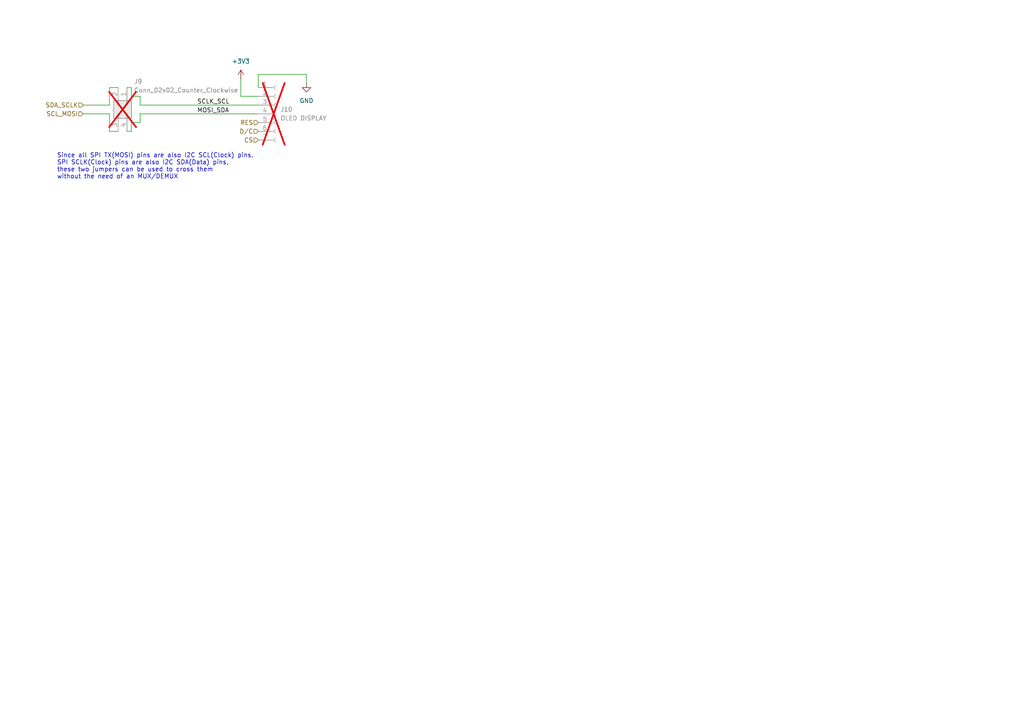
<source format=kicad_sch>
(kicad_sch (version 20231120) (generator "eeschema") (generator_version "8.0")
  (paper "A4")
  (lib_symbols
    (symbol "Connector:Conn_01x07_Socket" (pin_names (offset 1.016) hide)
      (property "Reference" "J" (at 0 10.16 0))
      (property "Value" "Conn_01x07_Socket" (at 0 -10.16 0))
      (symbol "Conn_01x07_Socket_1_1"
        (arc (start 0 -7.112) (mid -0.5058 -7.62) (end 0 -8.128) (stroke (width 0.1524)))
        (arc (start 0 -4.572) (mid -0.5058 -5.08) (end 0 -5.588) (stroke (width 0.1524)))
        (arc (start 0 -2.032) (mid -0.5058 -2.54) (end 0 -3.048) (stroke (width 0.1524)))
        (polyline (pts (xy -1.27 -7.62) (xy -0.508 -7.62)) (stroke (width 0.1524)))
        (polyline (pts (xy -1.27 -5.08) (xy -0.508 -5.08)) (stroke (width 0.1524)))
        (polyline (pts (xy -1.27 -2.54) (xy -0.508 -2.54)) (stroke (width 0.1524)))
        (polyline (pts (xy -1.27 0) (xy -0.508 0)) (stroke (width 0.1524)))
        (polyline (pts (xy -1.27 2.54) (xy -0.508 2.54)) (stroke (width 0.1524)))
        (polyline (pts (xy -1.27 5.08) (xy -0.508 5.08)) (stroke (width 0.1524)))
        (polyline (pts (xy -1.27 7.62) (xy -0.508 7.62)) (stroke (width 0.1524)))
        (arc (start 0 0.508) (mid -0.5058 0) (end 0 -0.508) (stroke (width 0.1524)))
        (arc (start 0 3.048) (mid -0.5058 2.54) (end 0 2.032) (stroke (width 0.1524)))
        (arc (start 0 5.588) (mid -0.5058 5.08) (end 0 4.572) (stroke (width 0.1524)))
        (arc (start 0 8.128) (mid -0.5058 7.62) (end 0 7.112) (stroke (width 0.1524)))
        (pin passive line (at -5.08 7.62 0) (length 3.81) (name "Pin_1") (number "1"))
        (pin passive line (at -5.08 5.08 0) (length 3.81) (name "Pin_2") (number "2"))
        (pin passive line (at -5.08 2.54 0) (length 3.81) (name "Pin_3") (number "3"))
        (pin passive line (at -5.08 0 0) (length 3.81) (name "Pin_4") (number "4"))
        (pin passive line (at -5.08 -2.54 0) (length 3.81) (name "Pin_5") (number "5"))
        (pin passive line (at -5.08 -5.08 0) (length 3.81) (name "Pin_6") (number "6"))
        (pin passive line (at -5.08 -7.62 0) (length 3.81) (name "Pin_7") (number "7"))
      )
    )
    (symbol "Connector_Generic:Conn_02x02_Counter_Clockwise" (pin_names (offset 1.016) hide)
      (property "Reference" "J" (at 1.27 2.54 0))
      (property "Value" "Conn_02x02_Counter_Clockwise" (at 1.27 -5.08 0))
      (symbol "Conn_02x02_Counter_Clockwise_1_1"
        (rectangle (start -1.27 -2.413) (end 0 -2.667) (stroke (width 0.1524)))
        (rectangle (start -1.27 0.127) (end 0 -0.127) (stroke (width 0.1524)))
        (rectangle (start -1.27 1.27) (end 3.81 -3.81) (stroke (width 0.254)) (fill (type background)))
        (rectangle (start 3.81 -2.413) (end 2.54 -2.667) (stroke (width 0.1524)))
        (rectangle (start 3.81 0.127) (end 2.54 -0.127) (stroke (width 0.1524)))
        (pin passive line (at -5.08 0 0) (length 3.81) (name "Pin_1") (number "1"))
        (pin passive line (at -5.08 -2.54 0) (length 3.81) (name "Pin_2") (number "2"))
        (pin passive line (at 7.62 -2.54 180) (length 3.81) (name "Pin_3") (number "3"))
        (pin passive line (at 7.62 0 180) (length 3.81) (name "Pin_4") (number "4"))
      )
    )
    (symbol "power:+3V3" (power) (pin_numbers hide) (pin_names (offset 0) hide)
      (property "Value" "+3V3" (at 0 3.556 0))
      (symbol "+3V3_0_1"
        (polyline (pts (xy -0.762 1.27) (xy 0 2.54)))
        (polyline (pts (xy 0 0) (xy 0 2.54)))
        (polyline (pts (xy 0 2.54) (xy 0.762 1.27)))
      )
      (symbol "+3V3_1_1"
        (pin power_in line (at 0 0 90) (length 0) (name "~") (number "1"))
      )
    )
    (symbol "power:GND" (power) (pin_numbers hide) (pin_names (offset 0) hide)
      (property "Value" "GND" (at 0 -3.81 0))
      (symbol "GND_0_1"
        (polyline (pts (xy 0 0) (xy 0 -1.27) (xy 1.27 -1.27) (xy 0 -2.54) (xy -1.27 -1.27) (xy 0 -1.27)))
      )
      (symbol "GND_1_1"
        (pin power_in line (at 0 0 270) (length 0) (name "~") (number "1"))
      )
    )
  )
  (wire (pts (xy 40.64 33.02) (xy 74.93 33.02)))
  (wire (pts (xy 38.1 25.4) (xy 38.1 27.94)))
  (wire (pts (xy 38.1 27.94) (xy 40.64 27.94)))
  (wire (pts (xy 31.75 25.4) (xy 34.29 25.4)))
  (wire (pts (xy 40.64 33.02) (xy 40.64 35.56)))
  (wire (pts (xy 40.64 30.48) (xy 74.93 30.48)))
  (wire (pts (xy 69.85 22.86) (xy 69.85 27.94)))
  (wire (pts (xy 36.83 25.4) (xy 38.1 25.4)))
  (wire (pts (xy 40.64 27.94) (xy 40.64 30.48)))
  (wire (pts (xy 24.13 33.02) (xy 31.75 33.02)))
  (wire (pts (xy 31.75 33.02) (xy 31.75 38.1)))
  (wire (pts (xy 69.85 27.94) (xy 74.93 27.94)))
  (wire (pts (xy 31.75 38.1) (xy 34.29 38.1)))
  (wire (pts (xy 31.75 25.4) (xy 31.75 30.48)))
  (wire (pts (xy 38.1 35.56) (xy 38.1 38.1)))
  (wire (pts (xy 88.9 21.59) (xy 88.9 24.13)))
  (wire (pts (xy 24.13 30.48) (xy 31.75 30.48)))
  (wire (pts (xy 38.1 35.56) (xy 40.64 35.56)))
  (wire (pts (xy 36.83 38.1) (xy 38.1 38.1)))
  (wire (pts (xy 74.93 21.59) (xy 88.9 21.59)))
  (wire (pts (xy 74.93 21.59) (xy 74.93 25.4)))
  (text "Since all SPI TX(MOSI) pins are also I2C SCL(Clock) pins,\nSPI SCLK(Clock) pins are also I2C SDA(Data) pins,\nthese two jumpers can be used to cross them\nwithout the need of an MUX/DEMUX" (at 16.51 44.45 0) (effects (font (size 1.27 1.27)) (justify left top)))
  (label "SCLK_SCL" (at 57.15 30.48 0))
  (label "MOSI_SDA" (at 57.15 33.02 0))
  (hierarchical_label "CS" (shape input) (at 74.93 40.64 180))
  (hierarchical_label "SDA_SCLK" (shape input) (at 24.13 30.48 180))
  (hierarchical_label "RES" (shape input) (at 74.93 35.56 180))
  (hierarchical_label "D{slash}C" (shape input) (at 74.93 38.1 180))
  (hierarchical_label "SCL_MOSI" (shape input) (at 24.13 33.02 180))
  (symbol (lib_id "power:+3V3") (at 69.85 22.86 0) (unit 1)
    (property "Reference" "#PWR039" (effects (hide yes)))
    (property "Value" "+3V3" (at 69.85 17.78 0))
    (property "Description" "Power symbol creates a global label with name \"+3V3\"" (effects (hide yes)))
  )
  (symbol (lib_id "Connector_Generic:Conn_02x02_Counter_Clockwise") (at 36.83 30.48 270) (unit 1) (dnp yes)
    (property "Reference" "J9" (at 38.862 23.622 90) (effects (justify left)))
    (property "Value" "Conn_02x02_Counter_Clockwise" (at 38.862 26.162 90) (effects (justify left)))
    (property "Footprint" "Connector_PinHeader_2.54mm:PinHeader_2x02_P2.54mm_Vertical" (effects (hide yes)))
    (property "Description" "Generic connector, double row, 02x02, counter clockwise pin numbering scheme (similar to DIP package numbering), script generated (kicad-library-utils/schlib/autogen/connector/)" (effects (hide yes)))
  )
  (symbol (lib_id "Connector:Conn_01x07_Socket") (at 80.01 33.02 0) (unit 1) (dnp yes)
    (property "Reference" "J10" (at 81.28 31.7499 0) (effects (justify left)))
    (property "Value" "OLED DISPLAY" (at 81.28 34.2899 0) (effects (justify left)))
    (property "Footprint" "Connector_PinSocket_2.54mm:PinSocket_1x07_P2.54mm_Vertical" (effects (hide yes)))
    (property "Description" "Generic connector, single row, 01x07, script generated" (effects (hide yes)))
  )
  (symbol (lib_id "power:GND") (at 88.9 24.13 0) (unit 1)
    (property "Reference" "#PWR040" (effects (hide yes)))
    (property "Value" "GND" (at 88.9 29.21 0))
    (property "Description" "Power symbol creates a global label with name \"GND\" , ground" (effects (hide yes)))
  )
)
</source>
